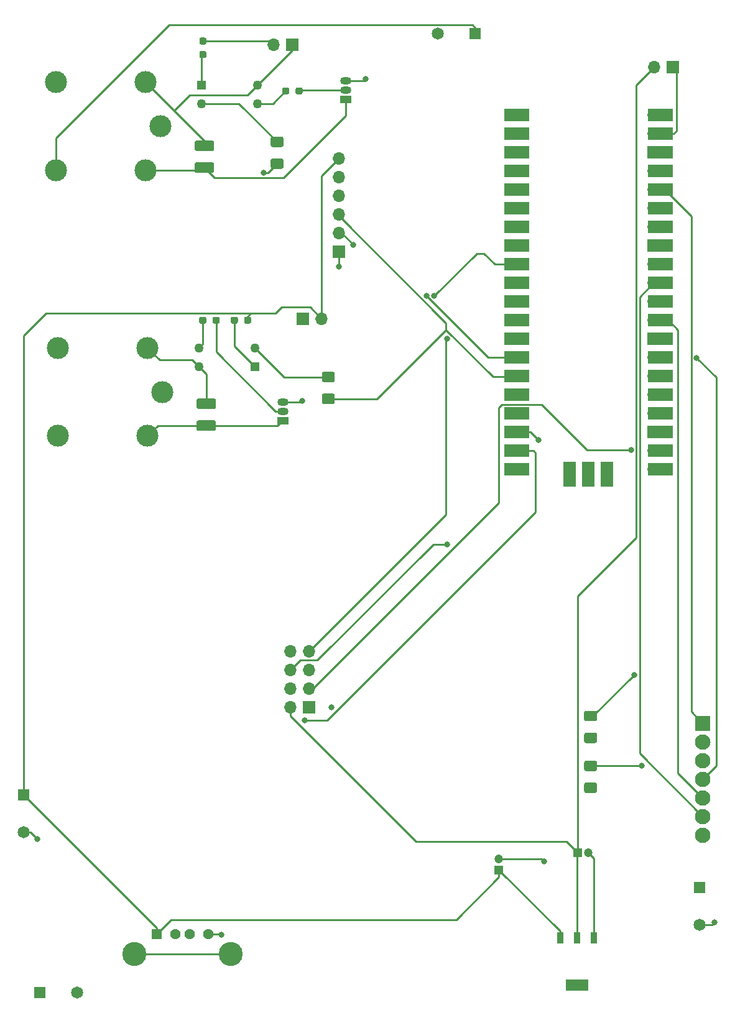
<source format=gbr>
G04 #@! TF.GenerationSoftware,KiCad,Pcbnew,(5.1.10-1-10_14)*
G04 #@! TF.CreationDate,2021-10-13T16:24:28-04:00*
G04 #@! TF.ProjectId,CC_PCB_V1,43435f50-4342-45f5-9631-2e6b69636164,10/13/2021*
G04 #@! TF.SameCoordinates,Original*
G04 #@! TF.FileFunction,Copper,L1,Top*
G04 #@! TF.FilePolarity,Positive*
%FSLAX46Y46*%
G04 Gerber Fmt 4.6, Leading zero omitted, Abs format (unit mm)*
G04 Created by KiCad (PCBNEW (5.1.10-1-10_14)) date 2021-10-13 16:24:28*
%MOMM*%
%LPD*%
G01*
G04 APERTURE LIST*
G04 #@! TA.AperFunction,ComponentPad*
%ADD10C,3.276000*%
G04 #@! TD*
G04 #@! TA.AperFunction,ComponentPad*
%ADD11C,1.428000*%
G04 #@! TD*
G04 #@! TA.AperFunction,ComponentPad*
%ADD12R,1.428000X1.428000*%
G04 #@! TD*
G04 #@! TA.AperFunction,ComponentPad*
%ADD13C,1.200000*%
G04 #@! TD*
G04 #@! TA.AperFunction,ComponentPad*
%ADD14R,1.200000X1.200000*%
G04 #@! TD*
G04 #@! TA.AperFunction,ComponentPad*
%ADD15C,3.000000*%
G04 #@! TD*
G04 #@! TA.AperFunction,ComponentPad*
%ADD16R,1.500000X1.050000*%
G04 #@! TD*
G04 #@! TA.AperFunction,ComponentPad*
%ADD17O,1.500000X1.050000*%
G04 #@! TD*
G04 #@! TA.AperFunction,ComponentPad*
%ADD18C,1.260000*%
G04 #@! TD*
G04 #@! TA.AperFunction,ComponentPad*
%ADD19R,1.260000X1.260000*%
G04 #@! TD*
G04 #@! TA.AperFunction,ComponentPad*
%ADD20O,1.700000X1.700000*%
G04 #@! TD*
G04 #@! TA.AperFunction,ComponentPad*
%ADD21R,1.700000X1.700000*%
G04 #@! TD*
G04 #@! TA.AperFunction,ComponentPad*
%ADD22C,1.650000*%
G04 #@! TD*
G04 #@! TA.AperFunction,ComponentPad*
%ADD23R,1.650000X1.650000*%
G04 #@! TD*
G04 #@! TA.AperFunction,SMDPad,CuDef*
%ADD24R,3.098800X1.600200*%
G04 #@! TD*
G04 #@! TA.AperFunction,SMDPad,CuDef*
%ADD25R,0.838200X1.600200*%
G04 #@! TD*
G04 #@! TA.AperFunction,SMDPad,CuDef*
%ADD26R,1.700000X3.500000*%
G04 #@! TD*
G04 #@! TA.AperFunction,SMDPad,CuDef*
%ADD27R,3.500000X1.700000*%
G04 #@! TD*
G04 #@! TA.AperFunction,ComponentPad*
%ADD28C,2.100000*%
G04 #@! TD*
G04 #@! TA.AperFunction,ComponentPad*
%ADD29R,2.100000X2.100000*%
G04 #@! TD*
G04 #@! TA.AperFunction,ViaPad*
%ADD30C,0.800000*%
G04 #@! TD*
G04 #@! TA.AperFunction,Conductor*
%ADD31C,0.250000*%
G04 #@! TD*
G04 APERTURE END LIST*
G04 #@! TA.AperFunction,SMDPad,CuDef*
G36*
G01*
X137925000Y-117925000D02*
X136675000Y-117925000D01*
G75*
G02*
X136425000Y-117675000I0J250000D01*
G01*
X136425000Y-116750000D01*
G75*
G02*
X136675000Y-116500000I250000J0D01*
G01*
X137925000Y-116500000D01*
G75*
G02*
X138175000Y-116750000I0J-250000D01*
G01*
X138175000Y-117675000D01*
G75*
G02*
X137925000Y-117925000I-250000J0D01*
G01*
G37*
G04 #@! TD.AperFunction*
G04 #@! TA.AperFunction,SMDPad,CuDef*
G36*
G01*
X137925000Y-120900000D02*
X136675000Y-120900000D01*
G75*
G02*
X136425000Y-120650000I0J250000D01*
G01*
X136425000Y-119725000D01*
G75*
G02*
X136675000Y-119475000I250000J0D01*
G01*
X137925000Y-119475000D01*
G75*
G02*
X138175000Y-119725000I0J-250000D01*
G01*
X138175000Y-120650000D01*
G75*
G02*
X137925000Y-120900000I-250000J0D01*
G01*
G37*
G04 #@! TD.AperFunction*
G04 #@! TA.AperFunction,SMDPad,CuDef*
G36*
G01*
X137925000Y-124725000D02*
X136675000Y-124725000D01*
G75*
G02*
X136425000Y-124475000I0J250000D01*
G01*
X136425000Y-123550000D01*
G75*
G02*
X136675000Y-123300000I250000J0D01*
G01*
X137925000Y-123300000D01*
G75*
G02*
X138175000Y-123550000I0J-250000D01*
G01*
X138175000Y-124475000D01*
G75*
G02*
X137925000Y-124725000I-250000J0D01*
G01*
G37*
G04 #@! TD.AperFunction*
G04 #@! TA.AperFunction,SMDPad,CuDef*
G36*
G01*
X137925000Y-127700000D02*
X136675000Y-127700000D01*
G75*
G02*
X136425000Y-127450000I0J250000D01*
G01*
X136425000Y-126525000D01*
G75*
G02*
X136675000Y-126275000I250000J0D01*
G01*
X137925000Y-126275000D01*
G75*
G02*
X138175000Y-126525000I0J-250000D01*
G01*
X138175000Y-127450000D01*
G75*
G02*
X137925000Y-127700000I-250000J0D01*
G01*
G37*
G04 #@! TD.AperFunction*
D10*
X88307200Y-149618700D03*
X75167200Y-149618700D03*
D11*
X85237200Y-146908700D03*
X82737200Y-146908700D03*
X80737200Y-146908700D03*
D12*
X78237200Y-146908700D03*
D13*
X124828300Y-136663300D03*
D14*
X124828300Y-138163300D03*
D13*
X137021700Y-135851900D03*
D14*
X135521700Y-135851900D03*
G04 #@! TA.AperFunction,SMDPad,CuDef*
G36*
G01*
X84975000Y-63062500D02*
X84975000Y-63537500D01*
G75*
G02*
X84737500Y-63775000I-237500J0D01*
G01*
X84237500Y-63775000D01*
G75*
G02*
X84000000Y-63537500I0J237500D01*
G01*
X84000000Y-63062500D01*
G75*
G02*
X84237500Y-62825000I237500J0D01*
G01*
X84737500Y-62825000D01*
G75*
G02*
X84975000Y-63062500I0J-237500D01*
G01*
G37*
G04 #@! TD.AperFunction*
G04 #@! TA.AperFunction,SMDPad,CuDef*
G36*
G01*
X86800000Y-63062500D02*
X86800000Y-63537500D01*
G75*
G02*
X86562500Y-63775000I-237500J0D01*
G01*
X86062500Y-63775000D01*
G75*
G02*
X85825000Y-63537500I0J237500D01*
G01*
X85825000Y-63062500D01*
G75*
G02*
X86062500Y-62825000I237500J0D01*
G01*
X86562500Y-62825000D01*
G75*
G02*
X86800000Y-63062500I0J-237500D01*
G01*
G37*
G04 #@! TD.AperFunction*
G04 #@! TA.AperFunction,SMDPad,CuDef*
G36*
G01*
X96262000Y-31830000D02*
X96262000Y-32305000D01*
G75*
G02*
X96024500Y-32542500I-237500J0D01*
G01*
X95524500Y-32542500D01*
G75*
G02*
X95287000Y-32305000I0J237500D01*
G01*
X95287000Y-31830000D01*
G75*
G02*
X95524500Y-31592500I237500J0D01*
G01*
X96024500Y-31592500D01*
G75*
G02*
X96262000Y-31830000I0J-237500D01*
G01*
G37*
G04 #@! TD.AperFunction*
G04 #@! TA.AperFunction,SMDPad,CuDef*
G36*
G01*
X98087000Y-31830000D02*
X98087000Y-32305000D01*
G75*
G02*
X97849500Y-32542500I-237500J0D01*
G01*
X97349500Y-32542500D01*
G75*
G02*
X97112000Y-32305000I0J237500D01*
G01*
X97112000Y-31830000D01*
G75*
G02*
X97349500Y-31592500I237500J0D01*
G01*
X97849500Y-31592500D01*
G75*
G02*
X98087000Y-31830000I0J-237500D01*
G01*
G37*
G04 #@! TD.AperFunction*
G04 #@! TA.AperFunction,SMDPad,CuDef*
G36*
G01*
X89275000Y-63062500D02*
X89275000Y-63537500D01*
G75*
G02*
X89037500Y-63775000I-237500J0D01*
G01*
X88537500Y-63775000D01*
G75*
G02*
X88300000Y-63537500I0J237500D01*
G01*
X88300000Y-63062500D01*
G75*
G02*
X88537500Y-62825000I237500J0D01*
G01*
X89037500Y-62825000D01*
G75*
G02*
X89275000Y-63062500I0J-237500D01*
G01*
G37*
G04 #@! TD.AperFunction*
G04 #@! TA.AperFunction,SMDPad,CuDef*
G36*
G01*
X91100000Y-63062500D02*
X91100000Y-63537500D01*
G75*
G02*
X90862500Y-63775000I-237500J0D01*
G01*
X90362500Y-63775000D01*
G75*
G02*
X90125000Y-63537500I0J237500D01*
G01*
X90125000Y-63062500D01*
G75*
G02*
X90362500Y-62825000I237500J0D01*
G01*
X90862500Y-62825000D01*
G75*
G02*
X91100000Y-63062500I0J-237500D01*
G01*
G37*
G04 #@! TD.AperFunction*
G04 #@! TA.AperFunction,SMDPad,CuDef*
G36*
G01*
X84281000Y-26610500D02*
X84756000Y-26610500D01*
G75*
G02*
X84993500Y-26848000I0J-237500D01*
G01*
X84993500Y-27348000D01*
G75*
G02*
X84756000Y-27585500I-237500J0D01*
G01*
X84281000Y-27585500D01*
G75*
G02*
X84043500Y-27348000I0J237500D01*
G01*
X84043500Y-26848000D01*
G75*
G02*
X84281000Y-26610500I237500J0D01*
G01*
G37*
G04 #@! TD.AperFunction*
G04 #@! TA.AperFunction,SMDPad,CuDef*
G36*
G01*
X84281000Y-24785500D02*
X84756000Y-24785500D01*
G75*
G02*
X84993500Y-25023000I0J-237500D01*
G01*
X84993500Y-25523000D01*
G75*
G02*
X84756000Y-25760500I-237500J0D01*
G01*
X84281000Y-25760500D01*
G75*
G02*
X84043500Y-25523000I0J237500D01*
G01*
X84043500Y-25023000D01*
G75*
G02*
X84281000Y-24785500I237500J0D01*
G01*
G37*
G04 #@! TD.AperFunction*
G04 #@! TA.AperFunction,SMDPad,CuDef*
G36*
G01*
X86038000Y-75388500D02*
X83888000Y-75388500D01*
G75*
G02*
X83638000Y-75138500I0J250000D01*
G01*
X83638000Y-74213500D01*
G75*
G02*
X83888000Y-73963500I250000J0D01*
G01*
X86038000Y-73963500D01*
G75*
G02*
X86288000Y-74213500I0J-250000D01*
G01*
X86288000Y-75138500D01*
G75*
G02*
X86038000Y-75388500I-250000J0D01*
G01*
G37*
G04 #@! TD.AperFunction*
G04 #@! TA.AperFunction,SMDPad,CuDef*
G36*
G01*
X86038000Y-78363500D02*
X83888000Y-78363500D01*
G75*
G02*
X83638000Y-78113500I0J250000D01*
G01*
X83638000Y-77188500D01*
G75*
G02*
X83888000Y-76938500I250000J0D01*
G01*
X86038000Y-76938500D01*
G75*
G02*
X86288000Y-77188500I0J-250000D01*
G01*
X86288000Y-78113500D01*
G75*
G02*
X86038000Y-78363500I-250000J0D01*
G01*
G37*
G04 #@! TD.AperFunction*
G04 #@! TA.AperFunction,SMDPad,CuDef*
G36*
G01*
X85784000Y-40246000D02*
X83634000Y-40246000D01*
G75*
G02*
X83384000Y-39996000I0J250000D01*
G01*
X83384000Y-39071000D01*
G75*
G02*
X83634000Y-38821000I250000J0D01*
G01*
X85784000Y-38821000D01*
G75*
G02*
X86034000Y-39071000I0J-250000D01*
G01*
X86034000Y-39996000D01*
G75*
G02*
X85784000Y-40246000I-250000J0D01*
G01*
G37*
G04 #@! TD.AperFunction*
G04 #@! TA.AperFunction,SMDPad,CuDef*
G36*
G01*
X85784000Y-43221000D02*
X83634000Y-43221000D01*
G75*
G02*
X83384000Y-42971000I0J250000D01*
G01*
X83384000Y-42046000D01*
G75*
G02*
X83634000Y-41796000I250000J0D01*
G01*
X85784000Y-41796000D01*
G75*
G02*
X86034000Y-42046000I0J-250000D01*
G01*
X86034000Y-42971000D01*
G75*
G02*
X85784000Y-43221000I-250000J0D01*
G01*
G37*
G04 #@! TD.AperFunction*
G04 #@! TA.AperFunction,SMDPad,CuDef*
G36*
G01*
X102225000Y-71742000D02*
X100975000Y-71742000D01*
G75*
G02*
X100725000Y-71492000I0J250000D01*
G01*
X100725000Y-70567000D01*
G75*
G02*
X100975000Y-70317000I250000J0D01*
G01*
X102225000Y-70317000D01*
G75*
G02*
X102475000Y-70567000I0J-250000D01*
G01*
X102475000Y-71492000D01*
G75*
G02*
X102225000Y-71742000I-250000J0D01*
G01*
G37*
G04 #@! TD.AperFunction*
G04 #@! TA.AperFunction,SMDPad,CuDef*
G36*
G01*
X102225000Y-74717000D02*
X100975000Y-74717000D01*
G75*
G02*
X100725000Y-74467000I0J250000D01*
G01*
X100725000Y-73542000D01*
G75*
G02*
X100975000Y-73292000I250000J0D01*
G01*
X102225000Y-73292000D01*
G75*
G02*
X102475000Y-73542000I0J-250000D01*
G01*
X102475000Y-74467000D01*
G75*
G02*
X102225000Y-74717000I-250000J0D01*
G01*
G37*
G04 #@! TD.AperFunction*
G04 #@! TA.AperFunction,SMDPad,CuDef*
G36*
G01*
X95240000Y-39701500D02*
X93990000Y-39701500D01*
G75*
G02*
X93740000Y-39451500I0J250000D01*
G01*
X93740000Y-38526500D01*
G75*
G02*
X93990000Y-38276500I250000J0D01*
G01*
X95240000Y-38276500D01*
G75*
G02*
X95490000Y-38526500I0J-250000D01*
G01*
X95490000Y-39451500D01*
G75*
G02*
X95240000Y-39701500I-250000J0D01*
G01*
G37*
G04 #@! TD.AperFunction*
G04 #@! TA.AperFunction,SMDPad,CuDef*
G36*
G01*
X95240000Y-42676500D02*
X93990000Y-42676500D01*
G75*
G02*
X93740000Y-42426500I0J250000D01*
G01*
X93740000Y-41501500D01*
G75*
G02*
X93990000Y-41251500I250000J0D01*
G01*
X95240000Y-41251500D01*
G75*
G02*
X95490000Y-41501500I0J-250000D01*
G01*
X95490000Y-42426500D01*
G75*
G02*
X95240000Y-42676500I-250000J0D01*
G01*
G37*
G04 #@! TD.AperFunction*
D15*
X78970000Y-73056000D03*
X76970000Y-79056000D03*
X64770000Y-79056000D03*
X64770000Y-67056000D03*
X76970000Y-67056000D03*
X78716000Y-36861000D03*
X76716000Y-42861000D03*
X64516000Y-42861000D03*
X64516000Y-30861000D03*
X76716000Y-30861000D03*
D16*
X95377000Y-76962000D03*
D17*
X95377000Y-74422000D03*
X95377000Y-75692000D03*
D16*
X103949500Y-33210500D03*
D17*
X103949500Y-30670500D03*
X103949500Y-31940500D03*
D18*
X83947000Y-69596000D03*
X83947000Y-67056000D03*
X91567000Y-67056000D03*
D19*
X91567000Y-69596000D03*
D18*
X91948000Y-31242000D03*
X91948000Y-33782000D03*
X84328000Y-33782000D03*
D19*
X84328000Y-31242000D03*
D20*
X145948400Y-28816300D03*
D21*
X148488400Y-28816300D03*
D22*
X67360800Y-154889200D03*
D23*
X62280800Y-154889200D03*
D22*
X116471700Y-24244300D03*
D23*
X121551700Y-24244300D03*
D20*
X100685600Y-63080900D03*
D21*
X98145600Y-63080900D03*
D20*
X94107000Y-25781000D03*
D21*
X96647000Y-25781000D03*
D20*
X103000000Y-41300000D03*
X103000000Y-43840000D03*
X103000000Y-46380000D03*
X103000000Y-48920000D03*
X103000000Y-51460000D03*
D21*
X103000000Y-54000000D03*
D20*
X96460000Y-108380000D03*
X99000000Y-108380000D03*
X96460000Y-110920000D03*
X99000000Y-110920000D03*
X96460000Y-113460000D03*
X99000000Y-113460000D03*
X96460000Y-116000000D03*
D21*
X99000000Y-116000000D03*
D22*
X152100000Y-145640000D03*
D23*
X152100000Y-140560000D03*
D24*
X135458200Y-153835100D03*
D25*
X133146800Y-147434300D03*
X135458200Y-147434300D03*
X137769600Y-147434300D03*
D20*
X139540000Y-83400000D03*
D26*
X139540000Y-84300000D03*
D21*
X137000000Y-83400000D03*
D26*
X137000000Y-84300000D03*
D20*
X134460000Y-83400000D03*
D26*
X134460000Y-84300000D03*
D27*
X146790000Y-83630000D03*
X146790000Y-81090000D03*
X146790000Y-78550000D03*
X146790000Y-76010000D03*
X146790000Y-73470000D03*
X146790000Y-70930000D03*
X146790000Y-68390000D03*
X146790000Y-65850000D03*
X146790000Y-63310000D03*
X146790000Y-60770000D03*
X146790000Y-58230000D03*
X146790000Y-55690000D03*
X146790000Y-53150000D03*
X146790000Y-50610000D03*
X146790000Y-48070000D03*
X146790000Y-45530000D03*
X146790000Y-42990000D03*
X146790000Y-40450000D03*
X146790000Y-37910000D03*
X146790000Y-35370000D03*
X127210000Y-83630000D03*
X127210000Y-81090000D03*
X127210000Y-78550000D03*
X127210000Y-76010000D03*
X127210000Y-73470000D03*
X127210000Y-70930000D03*
X127210000Y-68390000D03*
X127210000Y-65850000D03*
X127210000Y-63310000D03*
X127210000Y-60770000D03*
X127210000Y-58230000D03*
X127210000Y-55690000D03*
X127210000Y-53150000D03*
X127210000Y-50610000D03*
X127210000Y-48070000D03*
X127210000Y-45530000D03*
X127210000Y-42990000D03*
X127210000Y-40450000D03*
X127210000Y-37910000D03*
X127210000Y-35370000D03*
D20*
X145890000Y-35370000D03*
X145890000Y-37910000D03*
D21*
X145890000Y-40450000D03*
D20*
X145890000Y-42990000D03*
X145890000Y-45530000D03*
X145890000Y-48070000D03*
X145890000Y-50610000D03*
D21*
X145890000Y-53150000D03*
D20*
X145890000Y-55690000D03*
X145890000Y-58230000D03*
X145890000Y-60770000D03*
X145890000Y-63310000D03*
D21*
X145890000Y-65850000D03*
D20*
X145890000Y-68390000D03*
X145890000Y-70930000D03*
X145890000Y-73470000D03*
X145890000Y-76010000D03*
D21*
X145890000Y-78550000D03*
D20*
X145890000Y-81090000D03*
X145890000Y-83630000D03*
X128110000Y-83630000D03*
X128110000Y-81090000D03*
D21*
X128110000Y-78550000D03*
D20*
X128110000Y-76010000D03*
X128110000Y-73470000D03*
X128110000Y-70930000D03*
X128110000Y-68390000D03*
D21*
X128110000Y-65850000D03*
D20*
X128110000Y-63310000D03*
X128110000Y-60770000D03*
X128110000Y-58230000D03*
X128110000Y-55690000D03*
D21*
X128110000Y-53150000D03*
D20*
X128110000Y-50610000D03*
X128110000Y-48070000D03*
X128110000Y-45530000D03*
X128110000Y-42990000D03*
D21*
X128110000Y-40450000D03*
D20*
X128110000Y-37910000D03*
X128110000Y-35370000D03*
D28*
X152600000Y-133440000D03*
X152600000Y-130900000D03*
X152600000Y-128360000D03*
X152600000Y-125820000D03*
X152600000Y-123280000D03*
X152600000Y-120740000D03*
D29*
X152600000Y-118200000D03*
D22*
X60096400Y-133019800D03*
D23*
X60096400Y-127939800D03*
D30*
X117725000Y-65851485D03*
X117800000Y-93800000D03*
X116012653Y-59987347D03*
X98412653Y-117787347D03*
X154200000Y-145300000D03*
X103000000Y-56000000D03*
X102000000Y-116000000D03*
X87000000Y-147000000D03*
X62000000Y-134000000D03*
X131000000Y-137000000D03*
X98000000Y-74300000D03*
X106700000Y-30400000D03*
X130200000Y-79600000D03*
X142800000Y-81000000D03*
X151725000Y-68400000D03*
X104987347Y-53012653D03*
X115000000Y-60000000D03*
X92800000Y-43175000D03*
X144300000Y-124000000D03*
X143225000Y-111603660D03*
D31*
X117600000Y-89780000D02*
X99000000Y-108380000D01*
X117600000Y-65976485D02*
X117600000Y-89780000D01*
X117725000Y-65851485D02*
X117600000Y-65976485D01*
X117800000Y-93800000D02*
X115900000Y-93800000D01*
X115900000Y-93800000D02*
X100100000Y-109600000D01*
X97780000Y-109600000D02*
X96460000Y-110920000D01*
X100100000Y-109600000D02*
X97780000Y-109600000D01*
X128110000Y-55690000D02*
X124290000Y-55690000D01*
X124290000Y-55690000D02*
X122800000Y-54200000D01*
X121800000Y-54200000D02*
X116012653Y-59987347D01*
X122800000Y-54200000D02*
X121800000Y-54200000D01*
X129490000Y-81090000D02*
X128110000Y-81090000D01*
X129800000Y-81400000D02*
X129490000Y-81090000D01*
X129800000Y-89400000D02*
X129800000Y-81400000D01*
X101412653Y-117787347D02*
X129800000Y-89400000D01*
X98412653Y-117787347D02*
X101412653Y-117787347D01*
X153860000Y-145640000D02*
X154200000Y-145300000D01*
X152100000Y-145640000D02*
X153860000Y-145640000D01*
X103000000Y-54000000D02*
X103000000Y-56000000D01*
X86908700Y-146908700D02*
X87000000Y-147000000D01*
X85237200Y-146908700D02*
X86908700Y-146908700D01*
X61019800Y-133019800D02*
X62000000Y-134000000D01*
X60096400Y-133019800D02*
X61019800Y-133019800D01*
X130663300Y-136663300D02*
X131000000Y-137000000D01*
X124828300Y-136663300D02*
X130663300Y-136663300D01*
X137769600Y-136599800D02*
X137021700Y-135851900D01*
X137769600Y-147434300D02*
X137769600Y-136599800D01*
X97878000Y-74422000D02*
X98000000Y-74300000D01*
X95377000Y-74422000D02*
X97878000Y-74422000D01*
X106429500Y-30670500D02*
X106700000Y-30400000D01*
X103949500Y-30670500D02*
X106429500Y-30670500D01*
X129150000Y-78550000D02*
X130200000Y-79600000D01*
X128110000Y-78550000D02*
X129150000Y-78550000D01*
X124828300Y-138163300D02*
X124828300Y-139171700D01*
X124828300Y-139171700D02*
X119000000Y-145000000D01*
X80145900Y-145000000D02*
X78237200Y-146908700D01*
X119000000Y-145000000D02*
X80145900Y-145000000D01*
X78237200Y-146080600D02*
X60096400Y-127939800D01*
X78237200Y-146908700D02*
X78237200Y-146080600D01*
X133146800Y-146481800D02*
X124828300Y-138163300D01*
X133146800Y-147434300D02*
X133146800Y-146481800D01*
X60096400Y-127939800D02*
X60096400Y-65403600D01*
X63159500Y-62340500D02*
X90868500Y-62340500D01*
X60096400Y-65403600D02*
X63159500Y-62340500D01*
X94359500Y-62340500D02*
X95200000Y-61500000D01*
X99104700Y-61500000D02*
X100685600Y-63080900D01*
X93599000Y-25273000D02*
X94107000Y-25781000D01*
X84518500Y-25273000D02*
X93599000Y-25273000D01*
X90612500Y-62787500D02*
X91059500Y-62340500D01*
X90612500Y-63300000D02*
X90612500Y-62787500D01*
X91059500Y-62340500D02*
X94359500Y-62340500D01*
X90868500Y-62340500D02*
X91059500Y-62340500D01*
X95200000Y-61500000D02*
X99104700Y-61500000D01*
X100685600Y-43614400D02*
X103000000Y-41300000D01*
X100685600Y-63080900D02*
X100685600Y-43614400D01*
X99000000Y-114000000D02*
X124800000Y-88200000D01*
X124800000Y-75234998D02*
X125234998Y-74800000D01*
X124800000Y-88200000D02*
X124800000Y-75234998D01*
X125234998Y-74800000D02*
X129400000Y-74800000D01*
X129400000Y-74800000D02*
X130600000Y-74800000D01*
X136800000Y-81000000D02*
X142800000Y-81000000D01*
X130600000Y-74800000D02*
X136800000Y-81000000D01*
X144000000Y-122300000D02*
X152600000Y-130900000D01*
X144000000Y-60120000D02*
X144000000Y-122300000D01*
X145890000Y-58230000D02*
X144000000Y-60120000D01*
X149200000Y-124960000D02*
X152600000Y-128360000D01*
X149200000Y-64600000D02*
X149200000Y-124960000D01*
X147910000Y-63310000D02*
X149200000Y-64600000D01*
X145890000Y-63310000D02*
X147910000Y-63310000D01*
X154400000Y-124020000D02*
X152600000Y-125820000D01*
X154400000Y-71075000D02*
X154400000Y-124020000D01*
X151725000Y-68400000D02*
X154400000Y-71075000D01*
X152600000Y-120740000D02*
X153460000Y-120740000D01*
X151000000Y-116600000D02*
X152600000Y-118200000D01*
X151000000Y-49094998D02*
X151000000Y-116600000D01*
X147435002Y-45530000D02*
X151000000Y-49094998D01*
X145890000Y-45530000D02*
X147435002Y-45530000D01*
X135458200Y-135915400D02*
X135521700Y-135851900D01*
X135458200Y-147434300D02*
X135458200Y-135915400D01*
X135521700Y-135821700D02*
X135521700Y-135851900D01*
X113557919Y-134300000D02*
X134000000Y-134300000D01*
X96460000Y-117202081D02*
X113557919Y-134300000D01*
X96460000Y-116000000D02*
X96460000Y-117202081D01*
X134000000Y-134300000D02*
X135521700Y-135821700D01*
X143525001Y-31239699D02*
X145948400Y-28816300D01*
X143525001Y-92874999D02*
X143525001Y-31239699D01*
X135521700Y-100878300D02*
X143525001Y-92874999D01*
X135521700Y-135851900D02*
X135521700Y-100878300D01*
X108195500Y-74004500D02*
X117600000Y-64600000D01*
X101600000Y-74004500D02*
X108195500Y-74004500D01*
X117600000Y-64600000D02*
X124000000Y-71000000D01*
X128040000Y-71000000D02*
X128110000Y-70930000D01*
X124000000Y-71000000D02*
X128040000Y-71000000D01*
X117600000Y-63673002D02*
X117600000Y-64600000D01*
X103000000Y-49073002D02*
X117600000Y-63673002D01*
X103000000Y-48920000D02*
X103000000Y-49073002D01*
X123390000Y-68390000D02*
X128110000Y-68390000D01*
X115000000Y-60000000D02*
X123390000Y-68390000D01*
X93404000Y-43175000D02*
X94615000Y-41964000D01*
X92800000Y-43175000D02*
X93404000Y-43175000D01*
X103434694Y-51460000D02*
X103000000Y-51460000D01*
X104987347Y-53012653D02*
X103434694Y-51460000D01*
X75167200Y-149618700D02*
X88307200Y-149618700D01*
X145890000Y-37910000D02*
X145410000Y-37910000D01*
X145890000Y-37910000D02*
X148590000Y-37910000D01*
X148590000Y-37910000D02*
X149000000Y-37500000D01*
X149000000Y-29327900D02*
X148488400Y-28816300D01*
X149000000Y-37500000D02*
X149000000Y-29327900D01*
X84709000Y-38854000D02*
X84709000Y-39533500D01*
X96647000Y-26543000D02*
X91948000Y-31242000D01*
X96647000Y-25781000D02*
X96647000Y-26543000D01*
X91948000Y-31242000D02*
X90590000Y-32600000D01*
X90590000Y-32600000D02*
X82700000Y-32600000D01*
X80577500Y-34722500D02*
X84709000Y-38854000D01*
X82700000Y-32600000D02*
X80577500Y-34722500D01*
X76716000Y-30861000D02*
X80577500Y-34722500D01*
X84963000Y-70612000D02*
X83947000Y-69596000D01*
X84963000Y-74676000D02*
X84963000Y-70612000D01*
X76970000Y-67056000D02*
X78614000Y-68700000D01*
X83051000Y-68700000D02*
X83947000Y-69596000D01*
X78614000Y-68700000D02*
X83051000Y-68700000D01*
X121551700Y-24244300D02*
X121551700Y-23451700D01*
X121194299Y-23094299D02*
X79905701Y-23094299D01*
X121551700Y-23451700D02*
X121194299Y-23094299D01*
X64516000Y-38484000D02*
X64516000Y-42861000D01*
X79905701Y-23094299D02*
X64516000Y-38484000D01*
X84356500Y-42861000D02*
X84709000Y-42508500D01*
X76716000Y-42861000D02*
X84356500Y-42861000D01*
X85202010Y-43001510D02*
X84709000Y-42508500D01*
X103949500Y-35450500D02*
X103949500Y-33210500D01*
X95500000Y-43900000D02*
X103949500Y-35450500D01*
X86100500Y-43900000D02*
X95500000Y-43900000D01*
X84709000Y-42508500D02*
X86100500Y-43900000D01*
X78375000Y-77651000D02*
X76970000Y-79056000D01*
X84963000Y-77651000D02*
X78375000Y-77651000D01*
X94688000Y-77651000D02*
X95377000Y-76962000D01*
X84963000Y-77651000D02*
X94688000Y-77651000D01*
X94060000Y-33782000D02*
X95774500Y-32067500D01*
X91948000Y-33782000D02*
X94060000Y-33782000D01*
X89408000Y-33782000D02*
X94615000Y-38989000D01*
X84328000Y-33782000D02*
X89408000Y-33782000D01*
X84328000Y-27288500D02*
X84518500Y-27098000D01*
X84328000Y-31242000D02*
X84328000Y-27288500D01*
X84487500Y-66515500D02*
X83947000Y-67056000D01*
X84487500Y-63300000D02*
X84487500Y-66515500D01*
X95540500Y-71029500D02*
X91567000Y-67056000D01*
X101600000Y-71029500D02*
X95540500Y-71029500D01*
X88787500Y-66816500D02*
X91567000Y-69596000D01*
X88787500Y-63300000D02*
X88787500Y-66816500D01*
X97726500Y-31940500D02*
X97599500Y-32067500D01*
X103949500Y-31940500D02*
X97726500Y-31940500D01*
X94377000Y-75692000D02*
X95377000Y-75692000D01*
X86312500Y-67627500D02*
X94377000Y-75692000D01*
X86312500Y-63300000D02*
X86312500Y-67627500D01*
X137312500Y-124000000D02*
X137300000Y-124012500D01*
X144300000Y-124000000D02*
X137312500Y-124000000D01*
X137616160Y-117212500D02*
X143225000Y-111603660D01*
X137300000Y-117212500D02*
X137616160Y-117212500D01*
M02*

</source>
